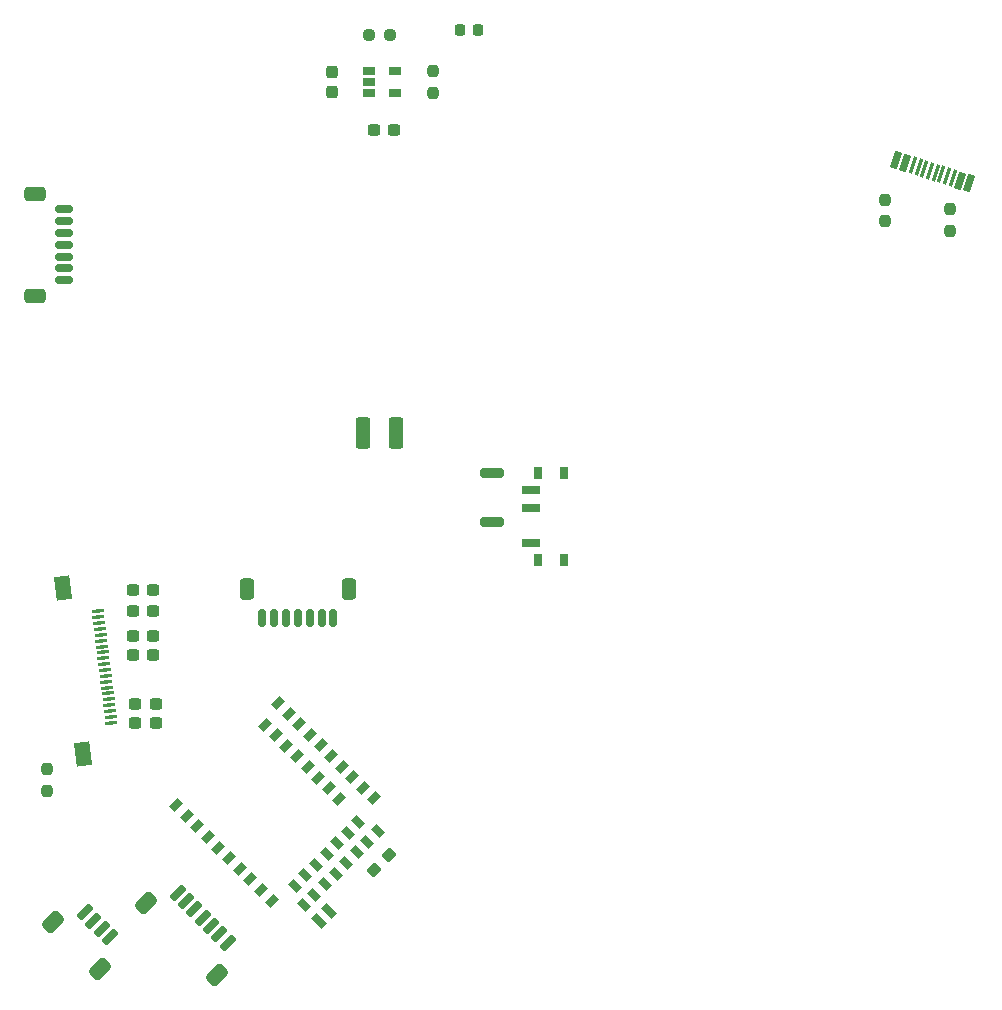
<source format=gtp>
%TF.GenerationSoftware,KiCad,Pcbnew,(5.99.0-12380-gca33ec05df)*%
%TF.CreationDate,2021-09-27T09:59:53+10:00*%
%TF.ProjectId,anaphase,616e6170-6861-4736-952e-6b696361645f,rev?*%
%TF.SameCoordinates,Original*%
%TF.FileFunction,Paste,Top*%
%TF.FilePolarity,Positive*%
%FSLAX46Y46*%
G04 Gerber Fmt 4.6, Leading zero omitted, Abs format (unit mm)*
G04 Created by KiCad (PCBNEW (5.99.0-12380-gca33ec05df)) date 2021-09-27 09:59:53*
%MOMM*%
%LPD*%
G01*
G04 APERTURE LIST*
G04 Aperture macros list*
%AMRoundRect*
0 Rectangle with rounded corners*
0 $1 Rounding radius*
0 $2 $3 $4 $5 $6 $7 $8 $9 X,Y pos of 4 corners*
0 Add a 4 corners polygon primitive as box body*
4,1,4,$2,$3,$4,$5,$6,$7,$8,$9,$2,$3,0*
0 Add four circle primitives for the rounded corners*
1,1,$1+$1,$2,$3*
1,1,$1+$1,$4,$5*
1,1,$1+$1,$6,$7*
1,1,$1+$1,$8,$9*
0 Add four rect primitives between the rounded corners*
20,1,$1+$1,$2,$3,$4,$5,0*
20,1,$1+$1,$4,$5,$6,$7,0*
20,1,$1+$1,$6,$7,$8,$9,0*
20,1,$1+$1,$8,$9,$2,$3,0*%
%AMRotRect*
0 Rectangle, with rotation*
0 The origin of the aperture is its center*
0 $1 length*
0 $2 width*
0 $3 Rotation angle, in degrees counterclockwise*
0 Add horizontal line*
21,1,$1,$2,0,0,$3*%
G04 Aperture macros list end*
%ADD10RoundRect,0.237500X-0.237500X0.300000X-0.237500X-0.300000X0.237500X-0.300000X0.237500X0.300000X0*%
%ADD11RoundRect,0.200000X-0.800000X0.200000X-0.800000X-0.200000X0.800000X-0.200000X0.800000X0.200000X0*%
%ADD12RoundRect,0.150000X-0.150000X-0.625000X0.150000X-0.625000X0.150000X0.625000X-0.150000X0.625000X0*%
%ADD13RoundRect,0.250000X-0.350000X-0.650000X0.350000X-0.650000X0.350000X0.650000X-0.350000X0.650000X0*%
%ADD14RoundRect,0.250000X0.375000X1.075000X-0.375000X1.075000X-0.375000X-1.075000X0.375000X-1.075000X0*%
%ADD15RoundRect,0.237500X-0.300000X-0.237500X0.300000X-0.237500X0.300000X0.237500X-0.300000X0.237500X0*%
%ADD16RoundRect,0.218750X-0.218750X-0.256250X0.218750X-0.256250X0.218750X0.256250X-0.218750X0.256250X0*%
%ADD17RoundRect,0.150000X0.625000X-0.150000X0.625000X0.150000X-0.625000X0.150000X-0.625000X-0.150000X0*%
%ADD18RoundRect,0.250000X0.650000X-0.350000X0.650000X0.350000X-0.650000X0.350000X-0.650000X-0.350000X0*%
%ADD19RoundRect,0.237500X-0.237500X0.250000X-0.237500X-0.250000X0.237500X-0.250000X0.237500X0.250000X0*%
%ADD20RotRect,0.650000X1.000000X135.000000*%
%ADD21RotRect,0.650000X1.000000X225.000000*%
%ADD22RoundRect,0.237500X0.300000X0.237500X-0.300000X0.237500X-0.300000X-0.237500X0.300000X-0.237500X0*%
%ADD23RotRect,0.300000X1.000000X277.000000*%
%ADD24RotRect,2.000000X1.300000X277.000000*%
%ADD25RotRect,0.600000X1.450000X162.000000*%
%ADD26RotRect,0.300000X1.450000X162.000000*%
%ADD27RoundRect,0.150000X0.548008X0.335876X0.335876X0.548008X-0.548008X-0.335876X-0.335876X-0.548008X0*%
%ADD28RoundRect,0.250000X0.707107X0.212132X0.212132X0.707107X-0.707107X-0.212132X-0.212132X-0.707107X0*%
%ADD29RotRect,0.600000X1.200000X225.000000*%
%ADD30R,1.060000X0.650000*%
%ADD31R,0.800000X1.000000*%
%ADD32R,1.500000X0.700000*%
%ADD33RoundRect,0.237500X-0.250000X-0.237500X0.250000X-0.237500X0.250000X0.237500X-0.250000X0.237500X0*%
%ADD34RoundRect,0.237500X0.035355X0.371231X-0.371231X-0.035355X-0.035355X-0.371231X0.371231X0.035355X0*%
G04 APERTURE END LIST*
D10*
%TO.C,C3*%
X126900000Y-52037500D03*
X126900000Y-53762500D03*
%TD*%
D11*
%TO.C,SW4*%
X140400000Y-86000000D03*
X140400000Y-90200000D03*
%TD*%
D12*
%TO.C,J7*%
X121000000Y-98325000D03*
X122000000Y-98325000D03*
X123000000Y-98325000D03*
X124000000Y-98325000D03*
X125000000Y-98325000D03*
X126000000Y-98325000D03*
X127000000Y-98325000D03*
D13*
X128300000Y-95800000D03*
X119700000Y-95800000D03*
%TD*%
D14*
%TO.C,J15*%
X132300000Y-82600000D03*
X129500000Y-82600000D03*
%TD*%
D15*
%TO.C,C1*%
X130437500Y-57000000D03*
X132162500Y-57000000D03*
%TD*%
%TO.C,C13*%
X110037500Y-95900000D03*
X111762500Y-95900000D03*
%TD*%
D16*
%TO.C,D1*%
X137712500Y-48500000D03*
X139287500Y-48500000D03*
%TD*%
D17*
%TO.C,J5*%
X104225000Y-69700000D03*
X104225000Y-68700000D03*
X104225000Y-67700000D03*
X104225000Y-66700000D03*
X104225000Y-65700000D03*
X104225000Y-64700000D03*
X104225000Y-63700000D03*
D18*
X101700000Y-71000000D03*
X101700000Y-62400000D03*
%TD*%
D19*
%TO.C,R9*%
X102800000Y-111087500D03*
X102800000Y-112912500D03*
%TD*%
%TO.C,R5*%
X135400000Y-51987500D03*
X135400000Y-53812500D03*
%TD*%
D20*
%TO.C,U1*%
X113683586Y-114137159D03*
X114581612Y-115035185D03*
X115479638Y-115933210D03*
X116377663Y-116831236D03*
X117275689Y-117729262D03*
X118173715Y-118627287D03*
X119071740Y-119525313D03*
X119969766Y-120423339D03*
X120867791Y-121321364D03*
X121765817Y-122219390D03*
D21*
X124500906Y-122622441D03*
X123741473Y-120962154D03*
X125398932Y-121724415D03*
X124639499Y-120064128D03*
X126296957Y-120826389D03*
X125537525Y-119166103D03*
X127194983Y-119928364D03*
X126435550Y-118268077D03*
X128093008Y-119030338D03*
X127333576Y-117370051D03*
X128991034Y-118132313D03*
X128231601Y-116472026D03*
X129889060Y-117234287D03*
X129129627Y-115574000D03*
X130787085Y-116336261D03*
D20*
X130419390Y-113565817D03*
X129521364Y-112667791D03*
X127513181Y-113598344D03*
X128623339Y-111769766D03*
X126615155Y-112700318D03*
X127725313Y-110871740D03*
X125717130Y-111802293D03*
X126827287Y-109973715D03*
X124819104Y-110904267D03*
X125929262Y-109075689D03*
X123921078Y-110006241D03*
X125031236Y-108177663D03*
X123023053Y-109108216D03*
X124133210Y-107279638D03*
X122125027Y-108210190D03*
X123235185Y-106381612D03*
X121227002Y-107312165D03*
X122337159Y-105483586D03*
%TD*%
D19*
%TO.C,R3*%
X173700000Y-62887500D03*
X173700000Y-64712500D03*
%TD*%
D22*
%TO.C,C7*%
X111762500Y-101400000D03*
X110037500Y-101400000D03*
%TD*%
D23*
%TO.C,J3*%
X107051121Y-97735406D03*
X107112055Y-98231679D03*
X107172990Y-98727952D03*
X107233925Y-99224225D03*
X107294859Y-99720498D03*
X107355794Y-100216771D03*
X107416729Y-100713044D03*
X107477663Y-101209317D03*
X107538598Y-101705590D03*
X107599533Y-102201863D03*
X107660467Y-102698137D03*
X107721402Y-103194410D03*
X107782337Y-103690683D03*
X107843271Y-104186956D03*
X107904206Y-104683229D03*
X107965141Y-105179502D03*
X108026075Y-105675775D03*
X108087010Y-106172048D03*
X108147945Y-106668321D03*
X108208879Y-107164594D03*
D24*
X105809304Y-109776498D03*
X104090947Y-95781597D03*
%TD*%
D15*
%TO.C,C15*%
X110037500Y-97700000D03*
X111762500Y-97700000D03*
%TD*%
D25*
%TO.C,J1*%
X180850960Y-61501329D03*
X180090115Y-61254115D03*
D26*
X178948847Y-60883295D03*
X177997790Y-60574278D03*
X177522262Y-60419769D03*
X176571206Y-60110752D03*
D25*
X175429938Y-59739932D03*
X174669093Y-59492718D03*
X174669093Y-59492718D03*
X175429938Y-59739932D03*
D26*
X176095677Y-59956244D03*
X177046734Y-60265261D03*
X178473319Y-60728786D03*
X179424375Y-61037803D03*
D25*
X180090115Y-61254115D03*
X180850960Y-61501329D03*
%TD*%
D27*
%TO.C,J11*%
X108097577Y-125323744D03*
X107390470Y-124616637D03*
X106683363Y-123909530D03*
X105976256Y-123202423D03*
D28*
X103271573Y-124068629D03*
X107231371Y-128028427D03*
%TD*%
D22*
%TO.C,C9*%
X111962500Y-105600000D03*
X110237500Y-105600000D03*
%TD*%
D27*
%TO.C,J9*%
X118058237Y-125784404D03*
X117351130Y-125077297D03*
X116644023Y-124370190D03*
X115936916Y-123663084D03*
X115229810Y-122955977D03*
X114522703Y-122248870D03*
X113815596Y-121541763D03*
D28*
X117192031Y-128489087D03*
X111110913Y-122407969D03*
%TD*%
D29*
%TO.C,Y1*%
X126624264Y-123075736D03*
X125775736Y-123924264D03*
%TD*%
D30*
%TO.C,U3*%
X130000000Y-51950000D03*
X130000000Y-52900000D03*
X130000000Y-53850000D03*
X132200000Y-53850000D03*
X132200000Y-51950000D03*
%TD*%
D31*
%TO.C,SW2*%
X146555000Y-86050000D03*
X144345000Y-86050000D03*
X146555000Y-93350000D03*
X144345000Y-93350000D03*
D32*
X143695000Y-91950000D03*
X143695000Y-88950000D03*
X143695000Y-87450000D03*
%TD*%
D22*
%TO.C,C11*%
X111962500Y-107200000D03*
X110237500Y-107200000D03*
%TD*%
D33*
%TO.C,R7*%
X129987500Y-48900000D03*
X131812500Y-48900000D03*
%TD*%
D19*
%TO.C,R1*%
X179200000Y-63687500D03*
X179200000Y-65512500D03*
%TD*%
D22*
%TO.C,C5*%
X111762500Y-99800000D03*
X110037500Y-99800000D03*
%TD*%
D34*
%TO.C,L1*%
X131718718Y-118381282D03*
X130481282Y-119618718D03*
%TD*%
M02*

</source>
